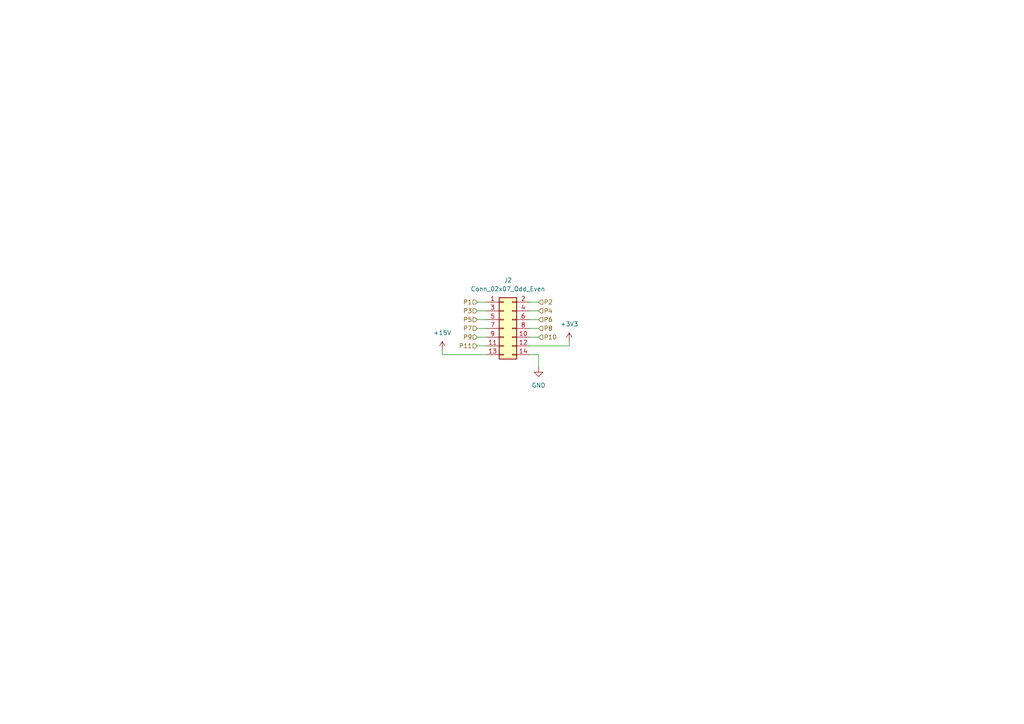
<source format=kicad_sch>
(kicad_sch (version 20250114) (generator "eeschema") (generator_version "9.0")
  (paper "A4")
  (title_block (title "Extension Port") (date "2025-12-11") (rev "1a") (company "Otai Labs") (comment 1 "Design by Syauqi Alias"))
  (lib_symbols
    (symbol "Connector_Generic:Conn_02x07_Odd_Even" (pin_names (offset 1.016) (hide yes))
      (property "Reference" "J" (at 1.27 10.16 0))
      (property "Value" "Conn_02x07_Odd_Even" (at 1.27 -10.16 0))
      (symbol "Conn_02x07_Odd_Even_1_1"
        (rectangle (start -1.27 8.89) (end 3.81 -8.89) (stroke (width 0.254)) (fill (type background)))
        (rectangle (start -1.27 7.747) (end 0 7.493) (stroke (width 0.1524)))
        (rectangle (start -1.27 5.207) (end 0 4.953) (stroke (width 0.1524)))
        (rectangle (start -1.27 2.667) (end 0 2.413) (stroke (width 0.1524)))
        (rectangle (start -1.27 0.127) (end 0 -0.127) (stroke (width 0.1524)))
        (rectangle (start -1.27 -2.413) (end 0 -2.667) (stroke (width 0.1524)))
        (rectangle (start -1.27 -4.953) (end 0 -5.207) (stroke (width 0.1524)))
        (rectangle (start -1.27 -7.493) (end 0 -7.747) (stroke (width 0.1524)))
        (rectangle (start 3.81 7.747) (end 2.54 7.493) (stroke (width 0.1524)))
        (rectangle (start 3.81 5.207) (end 2.54 4.953) (stroke (width 0.1524)))
        (rectangle (start 3.81 2.667) (end 2.54 2.413) (stroke (width 0.1524)))
        (rectangle (start 3.81 0.127) (end 2.54 -0.127) (stroke (width 0.1524)))
        (rectangle (start 3.81 -2.413) (end 2.54 -2.667) (stroke (width 0.1524)))
        (rectangle (start 3.81 -4.953) (end 2.54 -5.207) (stroke (width 0.1524)))
        (rectangle (start 3.81 -7.493) (end 2.54 -7.747) (stroke (width 0.1524)))
        (pin passive line (at -5.08 7.62 0) (length 3.81) (name "Pin_1") (number "1"))
        (pin passive line (at -5.08 5.08 0) (length 3.81) (name "Pin_3") (number "3"))
        (pin passive line (at -5.08 2.54 0) (length 3.81) (name "Pin_5") (number "5"))
        (pin passive line (at -5.08 0 0) (length 3.81) (name "Pin_7") (number "7"))
        (pin passive line (at -5.08 -2.54 0) (length 3.81) (name "Pin_9") (number "9"))
        (pin passive line (at -5.08 -5.08 0) (length 3.81) (name "Pin_11") (number "11"))
        (pin passive line (at -5.08 -7.62 0) (length 3.81) (name "Pin_13") (number "13"))
        (pin passive line (at 7.62 7.62 180) (length 3.81) (name "Pin_2") (number "2"))
        (pin passive line (at 7.62 5.08 180) (length 3.81) (name "Pin_4") (number "4"))
        (pin passive line (at 7.62 2.54 180) (length 3.81) (name "Pin_6") (number "6"))
        (pin passive line (at 7.62 0 180) (length 3.81) (name "Pin_8") (number "8"))
        (pin passive line (at 7.62 -2.54 180) (length 3.81) (name "Pin_10") (number "10"))
        (pin passive line (at 7.62 -5.08 180) (length 3.81) (name "Pin_12") (number "12"))
        (pin passive line (at 7.62 -7.62 180) (length 3.81) (name "Pin_14") (number "14"))
      )
    )
    (symbol "power:+15V" (power) (pin_numbers (hide yes)) (pin_names (offset 0) (hide yes))
      (property "Value" "+15V" (at 0 3.556 0))
      (symbol "+15V_0_1"
        (polyline (pts (xy -0.762 1.27) (xy 0 2.54)))
        (polyline (pts (xy 0 2.54) (xy 0.762 1.27)))
        (polyline (pts (xy 0 0) (xy 0 2.54)))
      )
      (symbol "+15V_1_1"
        (pin power_in line (at 0 0 90) (length 0) (name "~") (number "1"))
      )
    )
    (symbol "power:+3V3" (power) (pin_numbers (hide yes)) (pin_names (offset 0) (hide yes))
      (property "Value" "+3V3" (at 0 3.556 0))
      (symbol "+3V3_0_1"
        (polyline (pts (xy -0.762 1.27) (xy 0 2.54)))
        (polyline (pts (xy 0 2.54) (xy 0.762 1.27)))
        (polyline (pts (xy 0 0) (xy 0 2.54)))
      )
      (symbol "+3V3_1_1"
        (pin power_in line (at 0 0 90) (length 0) (name "~") (number "1"))
      )
    )
    (symbol "power:GND" (power) (pin_numbers (hide yes)) (pin_names (offset 0) (hide yes))
      (property "Value" "GND" (at 0 -3.81 0))
      (symbol "GND_0_1"
        (polyline (pts (xy 0 0) (xy 0 -1.27) (xy 1.27 -1.27) (xy 0 -2.54) (xy -1.27 -1.27) (xy 0 -1.27)))
      )
      (symbol "GND_1_1"
        (pin power_in line (at 0 0 270) (length 0) (name "~") (number "1"))
      )
    )
  )
  (wire (pts (xy 165.1 100.33) (xy 153.67 100.33)))
  (wire (pts (xy 138.43 95.25) (xy 140.97 95.25)))
  (wire (pts (xy 138.43 92.71) (xy 140.97 92.71)))
  (wire (pts (xy 138.43 87.63) (xy 140.97 87.63)))
  (wire (pts (xy 138.43 97.79) (xy 140.97 97.79)))
  (wire (pts (xy 153.67 90.17) (xy 156.21 90.17)))
  (wire (pts (xy 140.97 102.87) (xy 128.27 102.87)))
  (wire (pts (xy 153.67 95.25) (xy 156.21 95.25)))
  (wire (pts (xy 153.67 92.71) (xy 156.21 92.71)))
  (wire (pts (xy 128.27 102.87) (xy 128.27 101.6)))
  (wire (pts (xy 138.43 100.33) (xy 140.97 100.33)))
  (wire (pts (xy 138.43 90.17) (xy 140.97 90.17)))
  (wire (pts (xy 165.1 99.06) (xy 165.1 100.33)))
  (wire (pts (xy 156.21 102.87) (xy 156.21 106.68)))
  (wire (pts (xy 153.67 102.87) (xy 156.21 102.87)))
  (wire (pts (xy 153.67 87.63) (xy 156.21 87.63)))
  (wire (pts (xy 153.67 97.79) (xy 156.21 97.79)))
  (hierarchical_label "P6" (shape input) (at 156.21 92.71 0))
  (hierarchical_label "P8" (shape input) (at 156.21 95.25 0))
  (hierarchical_label "P10" (shape input) (at 156.21 97.79 0))
  (hierarchical_label "P2" (shape input) (at 156.21 87.63 0))
  (hierarchical_label "P4" (shape input) (at 156.21 90.17 0))
  (hierarchical_label "P3" (shape input) (at 138.43 90.17 180))
  (hierarchical_label "P5" (shape input) (at 138.43 92.71 180))
  (hierarchical_label "P11" (shape input) (at 138.43 100.33 180))
  (hierarchical_label "P9" (shape input) (at 138.43 97.79 180))
  (hierarchical_label "P7" (shape input) (at 138.43 95.25 180))
  (hierarchical_label "P1" (shape input) (at 138.43 87.63 180))
  (symbol (lib_id "power:+3V3") (at 165.1 99.06 0) (unit 1)
    (property "Reference" "#PWR063" (effects (hide yes)))
    (property "Value" "+3V3" (at 165.1 93.98 0))
    (property "Description" "Power symbol creates a global label with name \"+3V3\"" (effects (hide yes)))
  )
  (symbol (lib_id "Connector_Generic:Conn_02x07_Odd_Even") (at 146.05 95.25 0) (unit 1)
    (property "Reference" "J2" (at 147.32 81.28 0))
    (property "Value" "Conn_02x07_Odd_Even" (at 147.32 83.82 0))
    (property "Footprint" "Connector_PinSocket_2.54mm:PinSocket_2x07_P2.54mm_Vertical" (effects (hide yes)))
    (property "Description" "Generic connector, double row, 02x07, odd/even pin numbering scheme (row 1 odd numbers, row 2 even numbers), script generated (kicad-library-utils/schlib/autogen/connector/)" (effects (hide yes)))
    (property "mouser" "571-5-534236-7 " (effects (hide yes)))
  )
  (symbol (lib_id "power:+15V") (at 128.27 101.6 0) (unit 1)
    (property "Reference" "#PWR062" (effects (hide yes)))
    (property "Value" "+15V" (at 128.27 96.52 0))
    (property "Description" "Power symbol creates a global label with name \"+15V\"" (effects (hide yes)))
  )
  (symbol (lib_id "power:GND") (at 156.21 106.68 0) (unit 1)
    (property "Reference" "#PWR061" (effects (hide yes)))
    (property "Value" "GND" (at 156.21 111.76 0))
    (property "Description" "Power symbol creates a global label with name \"GND\" , ground" (effects (hide yes)))
  )
)
</source>
